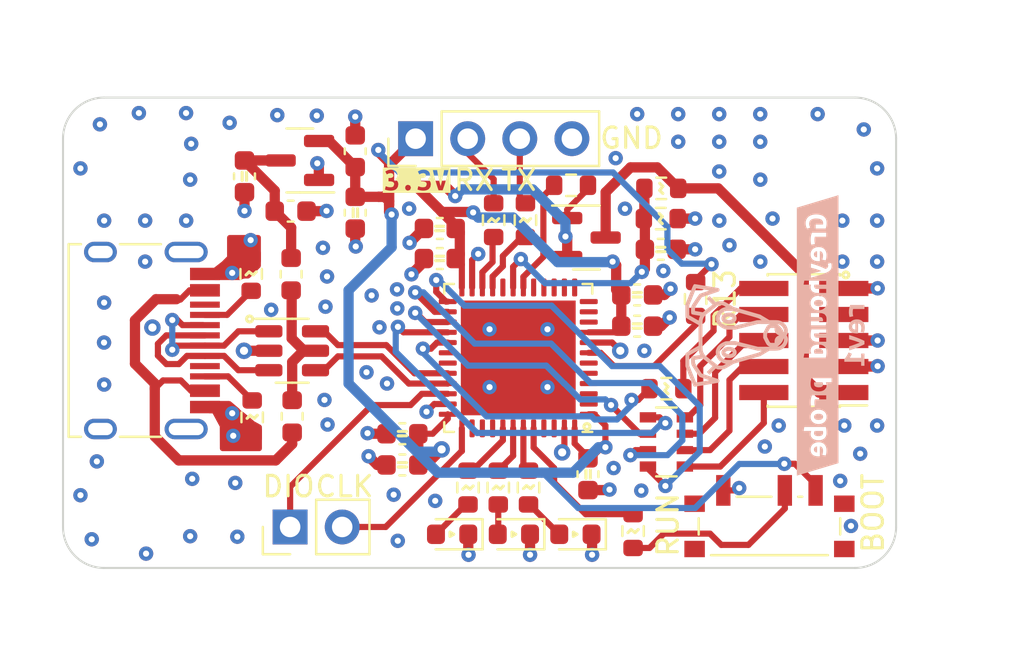
<source format=kicad_pcb>
(kicad_pcb (version 20211014) (generator pcbnew)
  (layers (0 "F.Cu" signal) (1 "In1.Cu" power) (2 "In2.Cu" power) (31 "B.Cu" signal) (34 "B.Paste" user) (35 "F.Paste" user) (36 "B.SilkS" user "B.Silkscreen") (37 "F.SilkS" user "F.Silkscreen") (38 "B.Mask" user) (39 "F.Mask" user) (44 "Edge.Cuts" user))
  (net 0 "")
  (net 1 "Net-(C1-Pad1)")
  (net 2 "+3.3V")
  (net 3 "/TARGET_VOLTAGE")
  (net 4 "Net-(D1-Pad2)")
  (net 5 "Net-(D2-Pad2)")
  (net 6 "Net-(D3-Pad2)")
  (net 7 "VBUS")
  (net 8 "/USB_CC1")
  (net 9 "/USB_CONN_D+")
  (net 10 "/USB_CONN_D-")
  (net 12 "/USB_CC2")
  (net 14 "Net-(J2-Pad2)")
  (net 15 "Net-(J2-Pad3)")
  (net 16 "/TARGET_VOLTAGE_RAW")
  (net 17 "Net-(J3-Pad2)")
  (net 18 "Net-(J3-Pad4)")
  (net 19 "Net-(J3-Pad6)")
  (net 21 "Net-(J3-Pad8)")
  (net 22 "Net-(J3-Pad10)")
  (net 23 "/TARGET_POWER")
  (net 24 "/BOOT")
  (net 25 "/UART_TX")
  (net 26 "/TARGET_RST")
  (net 27 "/TARGET_TDI")
  (net 28 "/TARGET_TDO")
  (net 29 "/TARGET_TMS")
  (net 30 "/TARGET_TCK")
  (net 31 "/USB_D-")
  (net 32 "/USB_D+")
  (net 47 "/UART_RX")
  (net 50 "/SWDIO")
  (net 51 "/SWCLK")
  (net 57 "/NRST")
  (net 58 "Net-(R6-Pad1)")
  (net 59 "Net-(R7-Pad1)")
  (net 60 "GND")
  (net 61 "Net-(Q1-Pad1)")
  (net 62 "Net-(R8-Pad1)")
  (net 63 "Net-(R11-Pad1)")
  (net 64 "/USB_FUSE")
  (footprint "Resistor_SMD:R_0603_1608Metric" (layer "F.Cu") (at 128.175 74.8 -90)
    (fp_text reference "R2" hide)
    (fp_text value "5k1")
  )
  (footprint "Resistor_SMD:R_0603_1608Metric" (layer "F.Cu") (at 143.775 70.475 180)
    (fp_text reference "R5" hide)
    (fp_text value "1k")
  )
  (footprint "Fuse:Fuse_0603_1608Metric" (layer "F.Cu") (at 130.175 81.75 90)
    (fp_text reference "F1" hide)
    (fp_text value "SMD0603-020")
  )
  (footprint "Package_TO_SOT_SMD:SOT-23-6" (layer "F.Cu") (at 130.175 78.55)
    (fp_text reference "U2" hide)
    (fp_text value "USBLC6-2SC6")
  )
  (footprint "MountingHole:MountingHole_2.2mm_M2" (layer "F.Cu") (at 155.83785 69.637267)
    (fp_text reference "H1" hide)
    (fp_text value "MountingHole")
  )
  (footprint "Capacitor_SMD:C_0603_1608Metric" (layer "F.Cu") (at 148.15 73.6)
    (fp_text reference "C5" hide)
    (fp_text value "100nF")
  )
  (footprint "Package_TO_SOT_SMD:SOT-23" (layer "F.Cu") (at 144.525 73.025)
    (fp_text reference "Q1" hide)
    (fp_text value "IRLML6401")
  )
  (footprint "Resistor_SMD:R_0603_1608Metric" (layer "F.Cu") (at 140.225 85.225 -90)
    (fp_text reference "R7" hide)
    (fp_text value "1k")
  )
  (footprint "Capacitor_SMD:C_0603_1608Metric" (layer "F.Cu") (at 133.25 71.8125 -90)
    (fp_text reference "C4" hide)
    (fp_text value "1uF")
  )
  (footprint "Inductor_SMD:L_0603_1608Metric" (layer "F.Cu") (at 130.125 74.8125 90)
    (fp_text reference "FB1" hide)
    (fp_text value "100R")
  )
  (footprint "Resistor_SMD:R_0603_1608Metric" (layer "F.Cu") (at 148.15 72.1)
    (fp_text reference "R4" hide)
    (fp_text value "10k")
  )
  (footprint "Resistor_SMD:R_0603_1608Metric" (layer "F.Cu") (at 149.85 76.025 -90)
    (fp_text reference "R13")
    (fp_text value "10k")
  )
  (footprint "Resistor_SMD:R_0603_1608Metric" (layer "F.Cu") (at 148.425 80.4 180)
    (fp_text reference "R12" hide)
    (fp_text value "100R")
  )
  (footprint "Button_Switch_SMD:SW_SPDT_PCM12" (layer "F.Cu") (at 153.45 86.795)
    (fp_text reference "SW1" hide)
    (fp_text value "SW_SPDT")
  )
  (footprint "Package_DFN_QFN:QFN-48-1EP_7x7mm_P0.5mm_EP5.6x5.6mm" (layer "F.Cu") (at 141.199998 78.900002 180)
    (fp_text reference "U3" hide)
    (fp_text value "STM32F072CBUx")
  )
  (footprint "Capacitor_SMD:C_0603_1608Metric" (layer "F.Cu") (at 130.1 71.7375)
    (fp_text reference "C1" hide)
    (fp_text value "4.7uF")
  )
  (footprint "Resistor_SMD:R_Array_Convex_4x0603" (layer "F.Cu") (at 148.425 83 180)
    (fp_text reference "RN1" hide)
    (fp_text value "100R")
  )
  (footprint "Diode_SMD:D_0603_1608Metric" (layer "F.Cu") (at 143.9875 87.506251 180)
    (fp_text reference "D3" hide)
    (fp_text value "RED")
  )
  (footprint "kibuzzard-63127F62" (layer "F.Cu") (at 136.245 70.225)
    (fp_text reference "kibuzzard-63127F62" hide)
    (fp_text value "G***" hide)
  )
  (footprint "Capacitor_SMD:C_0603_1608Metric" (layer "F.Cu") (at 133.25 68.8125 90)
    (fp_text reference "C3" hide)
    (fp_text value "4.7uF")
  )
  (footprint "Diode_SMD:D_0603_1608Metric" (layer "F.Cu") (at 137.975001 87.50625 180)
    (fp_text reference "D1" hide)
    (fp_text value "GREEN")
  )
  (footprint "Resistor_SMD:R_0603_1608Metric" (layer "F.Cu") (at 128.225 81.8 90)
    (fp_text reference "R1" hide)
    (fp_text value "5k1")
  )
  (footprint "Capacitor_SMD:C_0603_1608Metric" (layer "F.Cu") (at 147 75.825)
    (fp_text reference "C9" hide)
    (fp_text value "1uF")
  )
  (footprint "Capacitor_SMD:C_0603_1608Metric" (layer "F.Cu") (at 137.375 74.05 180)
    (fp_text reference "C7" hide)
    (fp_text value "100nF")
  )
  (footprint "MountingHole:MountingHole_2.2mm_M2" (layer "F.Cu") (at 122.63 85.900399)
    (fp_text reference "H3" hide)
    (fp_text value "MountingHole")
  )
  (footprint "Resistor_SMD:R_0603_1608Metric" (layer "F.Cu") (at 146.8 87.35 90)
    (fp_text reference "R11" hide)
    (fp_text value "10k")
  )
  (footprint "Connector_PinHeader_2.54mm:PinHeader_1x04_P2.54mm_Vertical" (layer "F.Cu") (at 136.195 68.2 90)
    (fp_text reference "J2" hide)
    (fp_text value "Conn_01x04_Male")
  )
  (footprint "Capacitor_SMD:C_0603_1608Metric" (layer "F.Cu") (at 137.375 72.58125 180)
    (fp_text reference "C6" hide)
    (fp_text value "4.7uF")
  )
  (footprint "Resistor_SMD:R_0603_1608Metric" (layer "F.Cu") (at 141.55 72.175 -90)
    (fp_text reference "R10" hide)
    (fp_text value "100R")
  )
  (footprint "Resistor_SMD:R_0603_1608Metric" (layer "F.Cu") (at 140 72.175 -90)
    (fp_text reference "R9" hide)
    (fp_text value "100R")
  )
  (footprint "Resistor_SMD:R_0603_1608Metric" (layer "F.Cu") (at 148.175 70.625 180)
    (fp_text reference "R3" hide)
    (fp_text value "4k7")
  )
  (footprint "MountingHole:MountingHole_2.2mm_M2" (layer "F.Cu") (at 122.640234 69.637666)
    (fp_text reference "H2" hide)
    (fp_text value "MountingHole")
  )
  (footprint "Capacitor_SMD:C_0603_1608Metric" (layer "F.Cu") (at 147 77.35)
    (fp_text reference "C10" hide)
    (fp_text value "10nF")
  )
  (footprint "Connector_USB:USB_C_Receptacle_HRO_TYPE-C-31-M-12" (layer "F.Cu") (at 121.875 78.05 -90)
    (fp_text reference "J1" hide)
    (fp_text value "USB_C_Receptacle_USB2.0")
  )
  (footprint "Package_TO_SOT_SMD:SOT-23" (layer "F.Cu") (at 130.55 69.2625 180)
    (fp_text reference "U1" hide)
    (fp_text value "XC6206P332MR")
  )
  (footprint "Capacitor_SMD:C_0603_1608Metric" (layer "F.Cu") (at 135.55 84.1225 180)
    (fp_text reference "C11" hide)
    (fp_text value "4.7uF")
  )
  (footprint "Resistor_SMD:R_0603_1608Metric" (layer "F.Cu") (at 138.75 85.225 -90)
    (fp_text reference "R6" hide)
    (fp_text value "1k")
  )
  (footprint "Connector_PinHeader_2.54mm:PinHeader_1x02_P2.54mm_Vertical" (layer "F.Cu") (at 130.075 87.15 90)
    (fp_text reference "J4" hide)
    (fp_text value "Conn_01x02_Male")
  )
  (footprint "Resistor_SMD:R_0603_1608Metric" (layer "F.Cu") (at 141.7 85.225 -90)
    (fp_text reference "R8" hide)
    (fp_text value "1k")
  )
  (footprint "Connector_PinHeader_1.27mm:PinHeader_2x05_P1.27mm_Vertical_SMD" (layer "F.Cu") (at 155.125 78.05 180)
    (fp_text reference "J3" hide)
    (fp_text value "FTSH-105-01-L-DV-K-TR")
  )
  (footprint "Capacitor_SMD:C_0603_1608Metric" (layer "F.Cu") (at 135.55 82.6 180)
    (fp_text reference "C12" hide)
    (fp_text value "100nF")
  )
  (footprint "Capacitor_SMD:C_0603_1608Metric" (layer "F.Cu") (at 144.6 84.575 -90)
    (fp_text reference "C8" hide)
    (fp_text value "100nF")
  )
  (footprint "Diode_SMD:D_0603_1608Metric" (layer "F.Cu") (at 140.9875 87.506251 180)
    (fp_text reference "D2" hide)
    (fp_text value "ORANGE")
  )
  (footprint "Capacitor_SMD:C_0603_1608Metric" (layer "F.Cu") (at 127.85 70.0375 -90)
    (fp_text reference "C2" hide)
    (fp_text value "1uF")
  )
  (footprint "kibuzzard-6360FEA6" (layer "B.Cu") (at 157.6 77.8 -90)
    (fp_text reference "kibuzzard-6360FEA6" hide)
    (fp_text value "G***" hide)
  )
  (footprint "kibuzzard-63139EF8" (layer "B.Cu") (at 155.8 77.8 -90)
    (fp_text reference "kibuzzard-63139EF8" hide)
    (fp_text value "G***" hide)
  )
  (footprint "LOGO" (layer "B.Cu") (at 151.85 77.8 -90)
    (fp_text reference "G***" hide)
    (fp_text value "LOGO" hide)
  )
  (gr_line (start 141.65 72.25) (end 141.45 72.1) (layer "F.SilkS") (width 0.15))
  (gr_line (start 146.9 87.425) (end 146.7 87.275) (layer "F.SilkS") (width 0.15))
  (gr_line (start 137.57 72.475) (end 137.17 72.475) (layer "F.SilkS") (width 0.15))
  (gr_line (start 148.15 73.71375) (end 147.95 73.71375) (layer "F.SilkS") (width 0.15))
  (gr_line (start 138.050001 87.50625) (end 137.875001 87.40625) (layer "F.SilkS") (width 0.15))
  (gr_line (start 144.5 84.575) (end 144.5 84.375) (layer "F.SilkS") (width 0.15))
  (gr_line (start 147.05 87.275) (end 146.9 87.425) (layer "F.SilkS") (width 0.15))
  (gr_line (start 141.6 85.13125) (end 141.8 85.28125) (layer "F.SilkS") (width 0.15))
  (gr_line (start 141.075 87.506251) (end 140.9 87.406251) (layer "F.SilkS") (width 0.15))
  (gr_line (start 148.075 71.85) (end 148.225 72) (layer "F.SilkS") (width 0.15))
  (gr_line (start 141.45 85.28125) (end 141.6 85.13125) (layer "F.SilkS") (width 0.15))
  (gr_line (start 128.325 81.85) (end 128.475 81.7) (layer "F.SilkS") (width 0.15))
  (gr_line (start 147.95 73.71375) (end 148.35 73.71375) (layer "F.SilkS") (width 0.15))
  (gr_line (start 128.125 81.7) (end 128.325 81.85) (layer "F.SilkS") (width 0.15))
  (gr_line (start 141.8 85.28125) (end 141.95 85.13125) (layer "F.SilkS") (width 0.15))
  (gr_line (start 146.8 75.925) (end 147.2 75.925) (layer "F.SilkS") (width 0.15))
  (gr_line (start 147 77.23625) (end 147.2 77.23625) (layer "F.SilkS") (width 0.15))
  (gr_line (start 135.75 82.48625) (end 135.35 82.48625) (layer "F.SilkS") (width 0.15))
  (gr_line (start 148.225 72) (end 148.075 72.2) (layer "F.SilkS") (width 0.15))
  (gr_line (start 133.36375 71.8125) (end 133.36375 72.0125) (layer "F.SilkS") (width 0.15))
  (gr_line (start 148.25 70.875) (end 148.1 70.725) (layer "F.SilkS") (width 0.15))
  (gr_line (start 146.7 87.275) (end 146.55 87.425) (layer "F.SilkS") (width 0.15))
  (gr_line (start 137.875001 87.40625) (end 137.875001 87.60625) (layer "F.SilkS") (width 0.15))
  (gr_line (start 127.95 70.0375) (end 127.95 70.2375) (layer "F.SilkS") (width 0.15))
  (gr_circle (center 128.1 77) (end 128.15 77.05) (layer "F.SilkS") (width 0.15) (fill none))
  (gr_line (start 135.55 82.7) (end 135.35 82.7) (layer "F.SilkS") (width 0.15))
  (gr_line (start 135.75 84.00875) (end 135.35 84.00875) (layer "F.SilkS") (width 0.15))
  (gr_line (start 140.9 87.606251) (end 141.075 87.506251) (layer "F.SilkS") (width 0.15))
  (gr_line (start 147.2 75.71125) (end 146.8 75.71125) (layer "F.SilkS") (width 0.15))
  (gr_line (start 137.175 74.15) (end 137.575 74.15) (layer "F.SilkS") (width 0.15))
  (gr_line (start 133.36375 72.0125) (end 133.36375 71.6125) (layer "F.SilkS") (width 0.15))
  (gr_line (start 141.45 72.1) (end 141.3 72.25) (layer "F.SilkS") (width 0.15))
  (gr_line (start 127.95 70.2375) (end 127.95 69.8375) (layer "F.SilkS") (width 0.15))
  (gr_line (start 140.1 72.25) (end 139.9 72.1) (layer "F.SilkS") (width 0.15))
  (gr_line (start 144.71375 84.775) (end 144.71375 84.375) (layer "F.SilkS") (width 0.15))
  (gr_line (start 143.8875 87.406251) (end 143.8875 87.606251) (layer "F.SilkS") (width 0.15))
  (gr_line (start 140.9 87.406251) (end 140.9 87.606251) (layer "F.SilkS") (width 0.15))
  (gr_line (start 139.975 85.3) (end 140.125 85.15) (layer "F.SilkS") (width 0.15))
  (gr_line (start 137.875001 87.60625) (end 138.050001 87.50625) (layer "F.SilkS") (width 0.15))
  (gr_line (start 144.5 84.375) (end 144.5 84.775) (layer "F.SilkS") (width 0.15))
  (gr_line (start 138.85 85.3) (end 139 85.15) (layer "F.SilkS") (width 0.15))
  (gr_line (start 139.9 72.1) (end 139.75 72.25) (layer "F.SilkS") (width 0.15))
  (gr_line (start 138.65 85.15) (end 138.85 85.3) (layer "F.SilkS") (width 0.15))
  (gr_line (start 140.125 85.15) (end 140.325 85.3) (layer "F.SilkS") (width 0.15))
  (gr_line (start 137.37 72.68875) (end 137.17 72.68875) (layer "F.SilkS") (width 0.15))
  (gr_line (start 148.35 80.5) (end 148.5 80.3) (layer "F.SilkS") (width 0.15))
  (gr_line (start 128.075 74.7) (end 128.275 74.85) (layer "F.SilkS") (width 0.15))
  (gr_line (start 148.5 80.3) (end 148.35 80.15) (layer "F.SilkS") (width 0.15))
  (gr_line (start 127.975 81.85) (end 128.125 81.7) (layer "F.SilkS") (width 0.15))
  (gr_line (start 148.35 73.5) (end 147.95 73.5) (layer "F.SilkS") (width 0.15))
  (gr_line (start 138.5 85.3) (end 138.65 85.15) (layer "F.SilkS") (width 0.15))
  (gr_line (start 141.8 72.1) (end 141.65 72.25) (layer "F.SilkS") (width 0.15))
  (gr_line (start 135.35 82.7) (end 135.75 82.7) (layer "F.SilkS") (width 0.15))
  (gr_line (start 148.075 72.2) (end 148.225 72.35) (layer "F.SilkS") (width 0.15))
  (gr_line (start 135.55 84.2225) (end 135.35 84.2225) (layer "F.SilkS") (width 0.15))
  (gr_line (start 140.325 85.3) (end 140.475 85.15) (layer "F.SilkS") (width 0.15))
  (gr_line (start 147.2 77.23625) (end 146.8 77.23625) (layer "F.SilkS") (width 0.15))
  (gr_line (start 143.8875 87.606251) (end 144.0625 87.506251) (layer "F.SilkS") (width 0.15))
  (gr_line (start 146.8 77.45) (end 147.2 77.45) (layer "F.SilkS") (width 0.15))
  (gr_circle (center 144.549998 82.250002) (end 144.499998 82.200002) (layer "F.SilkS") (width 0.15) (fill none))
  (gr_line (start 148.25 70.525) (end 148.1 70.375) (layer "F.SilkS") (width 0.15))
  (gr_line (start 148.1 70.725) (end 148.25 70.525) (layer "F.SilkS") (width 0.15))
  (gr_line (start 144.0625 87.506251) (end 143.8875 87.406251) (layer "F.SilkS") (width 0.15))
  (gr_line (start 127.73625 69.8375) (end 127.73625 70.2375) (layer "F.SilkS") (width 0.15))
  (gr_line (start 137.17 72.68875) (end 137.57 72.68875) (layer "F.SilkS") (width 0.15))
  (gr_line (start 133.15 71.6125) (end 133.15 72.0125) (layer "F.SilkS") (width 0.15))
  (gr_line (start 137.575 73.93625) (end 137.175 73.93625) (layer "F.SilkS") (width 0.15))
  (gr_line (start 148.5 80.65) (end 148.35 80.5) (layer "F.SilkS") (width 0.15))
  (gr_line (start 140.25 72.1) (end 140.1 72.25) (layer "F.SilkS") (width 0.15))
  (gr_line (start 137.375 74.15) (end 137.175 74.15) (layer "F.SilkS") (width 0.15))
  (gr_line (start 147 75.71125) (end 147.2 75.71125) (layer "F.SilkS") (width 0.15))
  (gr_line (start 127.925 74.85) (end 128.075 74.7) (layer "F.SilkS") (width 0.15))
  (gr_line (start 128.275 74.85) (end 128.425 74.7) (layer "F.SilkS") (width 0.15))
  (gr_circle (center 157.175 74.85) (end 157.225 74.9) (layer "F.SilkS") (width 0.15) (fill none))
  (gr_line (start 135.35 84.2225) (end 135.75 84.2225) (layer "F.SilkS") (width 0.15))
  (gr_arc (start 119 68.194214) (mid 119.585786 66.78) (end 121 66.194214) (layer "Edge.Cuts") (width 0.1))
  (gr_arc (start 121 89.15) (mid 119.585786 88.564214) (end 119 87.15) (layer "Edge.Cuts") (width 0.1))
  (gr_line (start 119 87.15) (end 119 68.194214) (layer "Edge.Cuts") (width 0.1))
  (gr_line (start 157.625786 66.194214) (end 121 66.194214) (layer "Edge.Cuts") (width 0.1))
  (gr_arc (start 159.625786 87.15) (mid 159.04 88.564214) (end 157.625786 89.15) (layer "Edge.Cuts") (width 0.1))
  (gr_arc (start 157.625786 66.194214) (mid 159.04 66.78) (end 159.625786 68.194214) (layer "Edge.Cuts") (width 0.1))
  (gr_line (start 157.625786 89.15) (end 121 89.15) (layer "Edge.Cuts") (width 0.1))
  (gr_line (start 159.625786 87.15) (end 159.625786 68.194214) (layer "Edge.Cuts") (width 0.1))
  (gr_text "CLK" (at 132.725 85.175) (layer "F.SilkS") (effects (font (size 1 1))))
  (gr_text "TX" (at 141.225 70.225) (layer "F.SilkS") (effects (font (size 1 1))))
  (gr_text "RX" (at 139.05 70.225) (layer "F.SilkS") (effects (font (size 1 1))))
  (gr_text "BOOT" (at 158.5 86.475 90) (layer "F.SilkS") (effects (font (size 1 1))))
  (gr_text "GND" (at 146.725 68.175) (layer "F.SilkS") (effects (font (size 1 1))))
  (gr_text "DIO" (at 130 85.175) (layer "F.SilkS") (effects (font (size 1 1))))
  (gr_text "RUN" (at 148.5 87.045 90) (layer "F.SilkS") (effects (font (size 1 1))))
  (segment (start 127.85 69.2625) (end 129.6125 69.2625) (width 0.5) (layer "F.Cu") (net 1))
  (segment (start 129.325 71.7375) (end 129.325 70.7375) (width 0.5) (layer "F.Cu") (net 1))
  (segment (start 129.325 70.7375) (end 127.85 69.2625) (width 0.5) (layer "F.Cu") (net 1))
  (segment (start 130.125 72.5375) (end 129.325 71.7375) (width 0.5) (layer "F.Cu") (net 1))
  (segment (start 130.125 74.025) (end 130.125 72.5375) (width 0.5) (layer "F.Cu") (net 1))
  (segment (start 143.5875 73.975) (end 143.5875 73.062) (width 0.5) (layer "F.Cu") (net 2))
  (segment (start 137.625 70.5) (end 136.2 70.5) (width 0.5) (layer "F.Cu") (net 2))
  (segment (start 143.949998 82.337502) (end 143.949998 83.074998) (width 0.3) (layer "F.Cu") (net 2))
  (segment (start 134.9 70.7) (end 135.1 70.5) (width 0.5) (layer "F.Cu") (net 2))
  (segment (start 134.9 71.25) (end 134.9 70.7) (width 0.5) (layer "F.Cu") (net 2))
  (segment (start 136.2 70.5) (end 137.2375 71.5375) (width 0.5) (layer "F.Cu") (net 2))
  (segment (start 136.703206 84.1225) (end 136.325 84.1225) (width 0.5) (layer "F.Cu") (net 2))
  (segment (start 134.9 70.8) (end 134.9 70.525) (width 0.5) (layer "F.Cu") (net 2))
  (segment (start 134.6625 71.0375) (end 134.9 70.8) (width 0.5) (layer "F.Cu") (net 2))
  (segment (start 134.925 70.5) (end 135.6 70.5) (width 0.5) (layer "F.Cu") (net 2))
  (segment (start 145.45 83.25955) (end 145.14045 83.25955) (width 0.5) (layer "F.Cu") (net 2))
  (segment (start 145.45 83.25955) (end 145.45 82.2) (width 0.3) (layer "F.Cu") (net 2))
  (segment (start 145.8 74.2) (end 145.975 74.375) (width 0.5) (layer "F.Cu") (net 2))
  (segment (start 135.6 70.5) (end 136.2 70.5) (width 0.5) (layer "F.Cu") (net 2))
  (segment (start 137.762498 81.650002) (end 137.762498 81.862502) (width 0.3) (layer "F.Cu") (net 2))
  (segment (start 134.9 70.525) (end 134.925 70.5) (width 0.5) (layer "F.Cu") (net 2))
  (segment (start 135.1 70.5) (end 135.6 70.5) (width 0.5) (layer "F.Cu") (net 2))
  (segment (start 138.975 71.775) (end 137.475 71.775) (width 0.5) (layer "F.Cu") (net 2))
  (segment (start 149.85 75.2) (end 149.85 75.1) (width 0.3) (layer "F.Cu") (net 2))
  (segment (start 144.6 83.725) (end 144.6 83.8) (width 0.3) (layer "F.Cu") (net 2))
  (segment (start 138.449998 75.462502) (end 138.449998 74.349998) (width 0.3) (layer "F.Cu") (net 2))
  (segment (start 137.025 82.6) (end 136.325 82.6) (width 0.3) (layer "F.Cu") (net 2))
  (segment (start 134.9 71.25) (end 134.9 71.425) (width 0.5) (layer "F.Cu") (net 2))
  (segment (start 134.9 71.775) (end 135.025 71.9) (width 0.5) (layer "F.Cu") (net 2))
  (segment (start 138.15 72.58125) (end 138.35 72.78125) (width 0.5) (layer "F.Cu") (net 2))
  (segment (start 138.449998 74.349998) (end 138.15 74.05) (width 0.3) (layer "F.Cu") (net 2))
  (segment (start 138.125 71) (end 137.625 70.5) (width 0.5) (layer "F.Cu") (net 2))
  (segment (start 154.690498 84.065498) (end 155.7 85.075) (width 0.3) (layer "F.Cu") (net 2))
  (segment (start 136.195 68.2) (end 134.9 69.495) (width 0.5) (layer "F.Cu") (net 2))
  (segment (start 133.25 69.5875) (end 133.25 71.0375) (width 0.5) (layer "F.Cu") (net 2))
  (segment (start 131.975 68.3125) (end 133.25 69.5875) (width 0.5) (layer "F.Cu") (net 2))
  (segment (start 145.45 82.2) (end 144.900002 81.650002) (width 0.3) (layer "F.Cu") (net 2))
  (segment (start 143.5875 73.062) (end 143.501122 72.975622) (width 0.5) (layer "F.Cu") (net 2))
  (segment (start 134.375 68.97) (end 134.9 69.495) (width 0.3) (layer "F.Cu") (net 2))
  (segment (start 134.9 71.425) (end 134.9 71.775) (width 0.5) (layer "F.Cu") (net 2))
  (segment (start 154.175 84.065498) (end 154.690498 84.065498) (width 0.3) (layer "F.Cu") (net 2))
  (segment (start 145.924998 77.650002) (end 146.225 77.35) (width 0.3) (layer "F.Cu") (net 2))
  (segment (start 149.85 75.1) (end 150.625 74.325) (width 0.3) (layer "F.Cu") (net 2))
  (segment (start 133.25 71.0375) (end 134.3875 71.0375) (width 0.5) (layer "F.Cu") (net 2))
  (segment (start 134.3875 71.0375) (end 134.6875 71.0375) (width 0.5) (layer "F.Cu") (net 2))
  (segment (start 144.900002 81.650002) (end 144.637498 81.650002) (width 0.3) (layer "F.Cu") (net 2))
  (segment (start 137.462853 83.362853) (end 136.703206 84.1225) (width 0.5) (layer "F.Cu") (net 2))
  (segment (start 136.325 84.1225) (end 136.325 82.6) (width 0.5) (layer "F.Cu") (net 2))
  (segment (start 145.14045 83.25955) (end 144.6 83.8) (width 0.5) (layer "F.Cu") (net 2))
  (segment (start 134.3875 71.0375) (end 134.6625 71.0375) (width 0.5) (layer "F.Cu") (net 2))
  (segment (start 137.2375 71.5375) (end 137.425 71.725) (width 0.5) (layer "F.Cu") (net 2))
  (segment (start 134.9 70.525) (end 134.9 69.495) (width 0.5) (layer "F.Cu") (net 2))
  (segment (start 137.762498 81.862502) (end 137.025 82.6) (width 0.3) (layer "F.Cu") (net 2))
  (segment (start 155.7 85.075) (end 155.7 85.365) (width 0.3) (layer "F.Cu") (net 2))
  (segment (start 137.425 71.725) (end 138.15 72.45) (width 0.5) (layer "F.Cu") (net 2))
  (segment (start 145.975 74.375) (end 145.975 75.575) (width 0.5) (layer "F.Cu") (net 2))
  (segment (start 137.475 71.775) (end 137.425 71.725) (width 0.5) (layer "F.Cu") (net 2))
  (segment (start 146.225 75.825) (end 146.225 77.35) (width 0.5) (layer "F.Cu") (net 2))
  (segment (start 131.4875 68.3125) (end 131.975 68.3125) (width 0.5) (layer "F.Cu") (net 2))
  (segment (start 138.15 72.45) (end 138.15 72.58125) (width 0.5) (layer "F.Cu") (net 2))
  (segment (start 138.35 72.78125) (end 138.35 73.85) (width 0.5) (layer "F.Cu") (net 2))
  (segment (start 134.9 70.525) (end 134.9 71.425) (width 0.5) (layer "F.Cu") (net 2))
  (segment (start 143.949998 83.074998) (end 144.6 83.725) (width 0.3) (layer "F.Cu") (net 2))
  (segment (start 138.35 73.85) (end 138.15 74.05) (width 0.5) (layer "F.Cu") (net 2))
  (segment (start 144.637498 77.650002) (end 145.924998 77.650002) (width 0.3) (layer "F.Cu") (net 2))
  (segment (start 134.375 68.75) (end 134.375 68.97) (width 0.3) (layer "F.Cu") (net 2))
  (segment (start 134.6875 71.0375) (end 134.9 71.25) (width 0.5) (layer "F.Cu") (net 2))
  (segment (start 145.975 75.575) (end 146.225 75.825) (width 0.5) (layer "F.Cu") (net 2))
  (segment (start 139 71.8) (end 138.975 71.775) (width 0.5) (layer "F.Cu") (net 2))
  (via (at 134.375 68.75) (size 0.7) (drill 0.3) (layers "F.Cu" "B.Cu") (net 2))
  (via (at 150.625 74.325) (size 0.7) (drill 0.3) (layers "F.Cu" "B.Cu") (net 2))
  (via (at 137.462853 83.362853) (size 0.8) (drill 0.4) (layers "F.Cu" "B.Cu") (net 2))
  (via (at 135.025 71.9) (size 0.7) (drill 0.3) (layers "F.Cu" "B.Cu") (net 2))
  (via (at 143.501122 72.975622) (size 0.7) (drill 0.3) (layers "F.Cu" "B.Cu") (net 2))
  (via (at 138.125 71) (size 0.7) (drill 0.3) (layers "F.Cu" "B.Cu") (net 2))
  (via (at 145.8 74.2) (size 0.7) (drill 0.3) (layers "F.Cu" "B.Cu") (net 2))
  (via (at 154.175 84.065498) (size 0.7) (drill 0.3) (layers "F.Cu" "B.Cu") (net 2))
  (via (at 145.45 83.25955) (size 0.7) (drill 0.3) (layers "F.Cu" "B.Cu") (net 2))
  (via (at 139 71.8) (size 0.7) (drill 0.3) (layers "F.Cu" "B.Cu") (net 2))
  (segment (start 136.25 83.475) (end 137.350706 83.475) (width 0.5) (layer "B.Cu") (net 2))
  (segment (start 145.775 74.225) (end 143.125 74.225) (width 0.5) (layer "B.Cu") (net 2))
  (segment (start 145.825 69.85) (end 135.4 69.85) (width 0.3) (layer "B.Cu") (net 2))
  (segment (start 132.925 75.6) (end 132.925 80.15) (width 0.5) (layer "B.Cu") (net 2))
  (segment (start 132.925 80.15) (end 136.25 83.475) (width 0.5) (layer "B.Cu") (net 2))
  (segment (start 149.825 86.225) (end 144.125 86.225) (width 0.3) (layer "B.Cu") (net 2))
  (segment (start 143.501122 72.276122) (end 143.501122 72.975622) (width 0.5) (layer "B.Cu") (net 2))
  (segment (start 143.125 74.225) (end 140.95 72.05) (width 0.5) (layer "B.Cu") (net 2))
  (segment (start 144.125 86.225) (end 142.4 84.5) (width 0.3) (layer "B.Cu") (net 2))
  (segment (start 139.25 72.05) (end 139 71.8) (width 0.5) (layer "B.Cu") (net 2))
  (segment (start 135.025 71.9) (end 135.025 73.5) (width 0.5) (layer "B.Cu") (net 2))
  (segment (start 145.11545 83.25955) (end 145.45 83.25955) (width 0.5) (layer "B.Cu") (net 2))
  (segment (start 149.175 74.3) (end 148.475 73.6) (width 0.3) (layer "B.Cu") (net 2))
  (segment (start 138.125 71) (end 138.45 70.675) (width 0.5) (layer "B.Cu") (net 2))
  (segment (start 140.95 72.05) (end 139.25 72.05) (width 0.5) (layer "B.Cu") (net 2))
  (segment (start 138.45 70.675) (end 141.9 70.675) (width 0.5) (layer "B.Cu") (net 2))
  (segment (start 137.350706 83.475) (end 137.462853 83.362853) (width 0.5) (layer "B.Cu") (net 2))
  (segment (start 145.8 74.2) (end 145.775 74.225) (width 0.5) (layer "B.Cu") (net 2))
  (segment (start 148.475 72.5) (end 145.825 69.85) (width 0.3) (layer "B.Cu") (net 2))
  (segment (start 154.175 84.065498) (end 154.165498 84.075) (width 0.3) (layer "B.Cu") (net 2))
  (segment (start 142.4 84.5) (end 142.35 84.5) (width 0.3) (layer "B.Cu") (net 2))
  (segment (start 150.6 74.3) (end 149.175 74.3) (width 0.3) (layer "B.Cu") (net 2))
  (segment (start 135.025 73.5) (end 132.925 75.6) (width 0.5) (layer "B.Cu") (net 2))
  (segment (start 148.475 73.6) (end 148.475 72.5) (width 0.3) (layer "B.Cu") (net 2))
  (segment (start 142.35 84.5) (end 143.875 84.5) (width 0.5) (layer "B.Cu") (net 2))
  (segment (start 141.9 70.675) (end 143.501122 72.276122) (width 0.5) (layer "B.Cu") (net 2))
  (segment (start 134.375 68.825) (end 134.375 68.75) (width 0.3) (layer "B.Cu") (net 2))
  (segment (start 150.625 74.325) (end 150.6 74.3) (width 0.3) (layer "B.Cu") (net 2))
  (segment (start 143.875 84.5) (end 145.11545 83.25955) (width 0.5) (layer "B.Cu") (net 2))
  (segment (start 137.275 84.5) (end 142.35 84.5) (width 0.5) (layer "B.Cu") (net 2))
  (segment (start 136.25 83.475) (end 137.275 84.5) (width 0.5) (layer "B.Cu") (net 2))
  (segment (start 154.165498 84.075) (end 151.975 84.075) (width 0.3) (layer "B.Cu") (net 2))
  (segment (start 151.975 84.075) (end 149.825 86.225) (width 0.3) (layer "B.Cu") (net 2))
  (segment (start 135.4 69.85) (end 134.375 68.825) (width 0.3) (layer "B.Cu") (net 2))
  (segment (start 147.375 73.6) (end 147.375 74.55) (width 0.5) (layer "F.Cu") (net 3))
  (segment (start 147.35 72.075) (end 147.325 72.1) (width 0.5) (layer "F.Cu") (net 3))
  (segment (start 140.949998 74.452396) (end 140.949998 75.462502) (width 0.3) (layer "F.Cu") (net 3))
  (segment (start 141.326197 74.076197) (end 140.949998 74.452396) (width 0.3) (layer "F.Cu") (net 3))
  (segment (start 147.325 72.1) (end 147.375 72.15) (width 0.5) (layer "F.Cu") (net 3))
  (segment (start 147.375 74.55) (end 147.225 74.7) (width 0.5) (layer "F.Cu") (net 3))
  (segment (start 147.375 72.15) (end 147.375 73.6) (width 0.5) (layer "F.Cu") (net 3))
  (segment (start 147.35 70.625) (end 147.35 72.075) (width 0.5) (layer "F.Cu") (net 3))
  (via (at 147.225 74.7) (size 0.7) (drill 0.3) (layers "F.Cu" "B.Cu") (net 3))
  (via (at 141.326197 74.076197) (size 0.7) (drill 0.3) (layers "F.Cu" "B.Cu") (net 3))
  (segment (start 141.326197 74.076197) (end 142.5 75.25) (width 0.3) (layer "B.Cu") (net 3))
  (segment (start 146.675 75.25) (end 147.225 74.7) (width 0.3) (layer "B.Cu") (net 3))
  (segment (start 142.5 75.25) (end 146.675 75.25) (width 0.3) (layer "B.Cu") (net 3))
  (segment (start 138.643751 86.05) (end 137.187501 87.50625) (width 0.3) (layer "F.Cu") (net 4))
  (segment (start 138.75 86.05) (end 138.643751 86.05) (width 0.3) (layer "F.Cu") (net 4))
  (segment (start 140.225 87.481251) (end 140.2 87.506251) (width 0.3) (layer "F.Cu") (net 5))
  (segment (start 140.225 86.05) (end 140.225 87.481251) (width 0.3) (layer "F.Cu") (net 5))
  (segment (start 141.7 86.05) (end 141.743749 86.05) (width 0.3) (layer "F.Cu") (net 6))
  (segment (start 141.743749 86.05) (end 143.2 87.506251) (width 0.3) (layer "F.Cu") (net 6))
  (segment (start 130.175 79.1) (end 130.725 78.55) (width 0.5) (layer "F.Cu") (net 7))
  (segment (start 130.15 75.625) (end 130.125 75.6) (width 0.5) (layer "F.Cu") (net 7))
  (segment (start 130.751472 78.55) (end 130.15 77.948528) (width 0.5) (layer "F.Cu") (net 7))
  (segment (start 130.175 80.9625) (end 130.175 79.1) (width 0.5) (layer "F.Cu") (net 7))
  (segment (start 130.15 77.948528) (end 130.15 75.625) (width 0.5) (layer "F.Cu") (net 7))
  (segment (start 125.92 76.8) (end 127 76.8) (width 0.3) (layer "F.Cu") (net 8))
  (segment (start 127 76.8) (end 128.175 75.625) (width 0.3) (layer "F.Cu") (net 8))
  (segment (start 126.853348 78.8) (end 127.553348 79.5) (width 0.3) (layer "F.Cu") (net 9))
  (segment (start 124.037752 79.199503) (end 124.648494 79.199503) (width 0.3) (layer "F.Cu") (net 9))
  (segment (start 125.922508 77.8) (end 124.038249 77.8) (width 0.3) (layer "F.Cu") (net 9))
  (segment (start 125.92 78.8) (end 126.853348 78.8) (width 0.3) (layer "F.Cu") (net 9))
  (segment (start 125.047997 78.8) (end 125.922508 78.8) (width 0.3) (layer "F.Cu") (net 9))
  (segment (start 123.627989 78.21026) (end 123.627989 78.78974) (width 0.3) (layer "F.Cu") (net 9))
  (segment (start 124.648494 79.199503) (end 125.047997 78.8) (width 0.3) (layer "F.Cu") (net 9))
  (segment (start 127.553348 79.5) (end 129.0375 79.5) (width 0.3) (layer "F.Cu") (net 9))
  (segment (start 123.627989 78.78974) (end 124.037752 79.199503) (width 0.3) (layer "F.Cu") (net 9))
  (segment (start 124.038249 77.8) (end 123.627989 78.21026) (width 0.3) (layer "F.Cu") (net 9))
  (segment (start 124.327508 77.05) (end 124.577508 77.05) (width 0.3) (layer "F.Cu") (net 10))
  (segment (start 127.553348 77.6) (end 129.0375 77.6) (width 0.3) (layer "F.Cu") (net 10))
  (segment (start 124.527492 78.3) (end 125.922508 78.3) (width 0.3) (layer "F.Cu") (net 10))
  (segment (start 124.3275 78.499992) (end 124.527492 78.3) (width 0.3) (layer "F.Cu") (net 10))
  (segment (start 125.92 78.3) (end 126.853348 78.3) (width 0.3) (layer "F.Cu") (net 10))
  (segment (start 126.853348 78.3) (end 127.553348 77.6) (width 0.3) (layer "F.Cu") (net 10))
  (segment (start 124.827019 77.299511) (end 125.827508 77.299511) (width 0.3) (layer "F.Cu") (net 10))
  (segment (start 124.577508 77.05) (end 124.827019 77.299511) (width 0.3) (layer "F.Cu") (net 10))
  (via (at 124.327508 77.05) (size 0.7) (drill 0.3) (layers "F.Cu" "B.Cu") (net 10))
  (via (at 124.3275 78.499992) (size 0.7) (drill 0.3) (layers "F.Cu" "B.Cu") (net 10))
  (segment (start 124.327508 78.499984) (end 124.327508 77.05) (width 0.3) (layer "B.Cu") (net 10))
  (segment (start 124.3275 78.499992) (end 124.327508 78.499984) (width 0.3) (layer "B.Cu") (net 10))
  (segment (start 125.92 79.8) (end 127.05 79.8) (width 0.3) (layer "F.Cu") (net 12))
  (segment (start 127.05 79.8) (end 128.225 80.975) (width 0.3) (layer "F.Cu") (net 12))
  (segment (start 138.735 68.91) (end 138.735 68.2) (width 0.3) (layer "F.Cu") (net 14))
  (segment (start 140 71.35) (end 140 70.175) (width 0.3) (layer "F.Cu") (net 14))
  (segment (start 140 70.175) (end 138.735 68.91) (width 0.3) (layer "F.Cu") (net 14))
  (segment (start 141.55 71.35) (end 141.275 71.075) (width 0.3) (layer "F.Cu") (net 15))
  (segment (start 141.275 71.075) (end 141.275 68.2) (width 0.3) (layer "F.Cu") (net 15))
  (segment (start 147.975 69.6) (end 146.675 69.6) (width 0.5) (layer "F.Cu") (net 16))
  (segment (start 155.875 80.59) (end 155.125 79.84) (width 0.5) (layer "F.Cu") (net 16))
  (segment (start 157.075 80.59) (end 155.875 80.59) (width 0.5) (layer "F.Cu") (net 16))
  (segment (start 145.4625 70.8125) (end 145.4625 72.85) (width 0.5) (layer "F.Cu") (net 16))
  (segment (start 150.95 70.625) (end 149 70.625) (width 0.5) (layer "F.Cu") (net 16))
  (segment (start 146.675 69.6) (end 145.4625 70.8125) (width 0.5) (layer "F.Cu") (net 16))
  (segment (start 155.125 74.8) (end 150.95 70.625) (width 0.5) (layer "F.Cu") (net 16))
  (segment (start 155.125 79.84) (end 155.125 74.8) (width 0.5) (layer "F.Cu") (net 16))
  (segment (start 149 70.625) (end 147.975 69.6) (width 0.5) (layer "F.Cu") (net 16))
  (segment (start 149.325 84.2) (end 151.05 84.2) (width 0.3) (layer "F.Cu") (net 17))
  (segment (start 151.05 84.2) (end 153.175 82.075) (width 0.3) (layer "F.Cu") (net 17))
  (segment (start 153.175 82.075) (end 153.175 80.59) (width 0.3) (layer "F.Cu") (net 17))
  (segment (start 150.55 83.4) (end 151.5 82.45) (width 0.3) (layer "F.Cu") (net 18))
  (segment (start 151.5 79.975) (end 152.155 79.32) (width 0.3) (layer "F.Cu") (net 18))
  (segment (start 151.5 82.45) (end 151.5 79.975) (width 0.3) (layer "F.Cu") (net 18))
  (segment (start 149.325 83.4) (end 150.55 83.4) (width 0.3) (layer "F.Cu") (net 18))
  (segment (start 152.155 79.32) (end 153.175 79.32) (width 0.3) (layer "F.Cu") (net 18))
  (segment (start 150.025 82.6) (end 150.8 81.825) (width 0.3) (layer "F.Cu") (net 19))
  (segment (start 150.8 81.825) (end 150.8 79.6) (width 0.3) (layer "F.Cu") (net 19))
  (segment (start 152.35 78.05) (end 153.175 78.05) (width 0.3) (layer "F.Cu") (net 19))
  (segment (start 149.325 82.6) (end 150.025 82.6) (width 0.3) (layer "F.Cu") (net 19))
  (segment (start 150.8 79.6) (end 152.35 78.05) (width 0.3) (layer "F.Cu") (net 19))
  (segment (start 151.5 77.35) (end 152.07 76.78) (width 0.3) (layer "F.Cu") (net 21))
  (segment (start 150.075 79.3) (end 151.5 77.875) (width 0.3) (layer "F.Cu") (net 21))
  (segment (start 149.475 81.8) (end 150.075 81.2) (width 0.3) (layer "F.Cu") (net 21))
  (segment (start 151.5 77.875) (end 151.5 77.35) (width 0.3) (layer "F.Cu") (net 21))
  (segment (start 149.325 81.8) (end 149.475 81.8) (width 0.3) (layer "F.Cu") (net 21))
  (segment (start 152.07 76.78) (end 153.175 76.78) (width 0.3) (layer "F.Cu") (net 21))
  (segment (start 150.075 81.2) (end 150.075 79.3) (width 0.3) (layer "F.Cu") (net 21))
  (segment (start 150.725 76.825) (end 152.04 75.51) (width 0.3) (layer "F.Cu") (net 22))
  (segment (start 152.04 75.51) (end 153.175 75.51) (width 0.3) (layer "F.Cu") (net 22))
  (segment (start 149.25 80.4) (end 149.25 79.05) (width 0.3) (layer "F.Cu") (net 22))
  (segment (start 149.25 79.05) (end 150.725 77.575) (width 0.3) (layer "F.Cu") (net 22))
  (segment (start 150.725 77.575) (end 150.725 76.825) (width 0.3) (layer "F.Cu") (net 22))
  (segment (start 141.449998 74.941639) (end 142.425 73.966637) (width 0.3) (layer "F.Cu") (net 23))
  (segment (start 141.449998 75.462502) (end 141.449998 74.941639) (width 0.3) (layer "F.Cu") (net 23))
  (segment (start 142.425 71) (end 142.95 70.475) (width 0.3) (layer "F.Cu") (net 23))
  (segment (start 142.425 73.966637) (end 142.425 71) (width 0.3) (layer "F.Cu") (net 23))
  (segment (start 144.486827 86.525) (end 146.8 86.525) (width 0.3) (layer "F.Cu") (net 24))
  (segment (start 141.949998 83.274998) (end 142.95 84.275) (width 0.3) (layer "F.Cu") (net 24))
  (segment (start 141.949998 82.337502) (end 141.949998 83.274998) (width 0.3) (layer "F.Cu") (net 24))
  (segment (start 142.95 84.275) (end 142.95 84.988173) (width 0.3) (layer "F.Cu") (net 24))
  (segment (start 142.95 84.988173) (end 144.486827 86.525) (width 0.3) (layer "F.Cu") (net 24))
  (segment (start 140.449998 73.925002) (end 141.375 73) (width 0.3) (layer "F.Cu") (net 25))
  (segment (start 140.449998 74.425002) (end 140.449998 73.925002) (width 0.3) (layer "F.Cu") (net 25))
  (segment (start 139.949998 75.462502) (end 139.949998 74.925002) (width 0.3) (layer "F.Cu") (net 25))
  (segment (start 139.949998 74.925002) (end 140.449998 74.425002) (width 0.3) (layer "F.Cu") (net 25))
  (segment (start 141.375 73) (end 141.55 73) (width 0.3) (layer "F.Cu") (net 25))
  (segment (start 146.725 80.95) (end 147.05 80.95) (width 0.3) (layer "F.Cu") (net 26))
  (segment (start 147.05 80.95) (end 147.6 80.4) (width 0.3) (layer "F.Cu") (net 26))
  (segment (start 137.241635 78.150002) (end 137.762498 78.150002) (width 0.3) (layer "F.Cu") (net 26))
  (segment (start 136.941637 78.45) (end 137.241635 78.150002) (width 0.3) (layer "F.Cu") (net 26))
  (segment (start 136.55 78.45) (end 136.941637 78.45) (width 0.3) (layer "F.Cu") (net 26))
  (via (at 136.55 78.45) (size 0.7) (drill 0.3) (layers "F.Cu" "B.Cu") (net 26))
  (via (at 146.725 80.95) (size 0.7) (drill 0.3) (layers "F.Cu" "B.Cu") (net 26))
  (segment (start 146.725 81.192186) (end 146.725 80.95) (width 0.3) (layer "B.Cu") (net 26))
  (segment (start 136.55 78.45) (end 136.55 78.646846) (width 0.3) (layer "B.Cu") (net 26))
  (segment (start 136.55 78.646846) (end 139.653154 81.75) (width 0.3) (layer "B.Cu") (net 26))
  (segment (start 139.653154 81.75) (end 144.777944 81.75) (width 0.3) (layer "B.Cu") (net 26))
  (segment (start 144.92968 81.901736) (end 146.01545 81.901736) (width 0.3) (layer "B.Cu") (net 26))
  (segment (start 146.01545 81.901736) (end 146.725 81.192186) (width 0.3) (layer "B.Cu") (net 26))
  (segment (start 144.777944 81.75) (end 144.92968 81.901736) (width 0.3) (layer "B.Cu") (net 26))
  (segment (start 148.372148 82.080609) (end 148.091539 81.8) (width 0.3) (layer "F.Cu") (net 27))
  (segment (start 135.599815 77.650002) (end 135.331497 77.381684) (width 0.3) (layer "F.Cu") (net 27))
  (segment (start 148.091539 81.8) (end 147.525 81.8) (width 0.3) (layer "F.Cu") (net 27))
  (segment (start 137.762498 77.650002) (end 135.599815 77.650002) (width 0.3) (layer "F.Cu") (net 27))
  (via (at 135.331497 77.381684) (size 0.7) (drill 0.3) (layers "F.Cu" "B.Cu") (net 27))
  (via (at 148.372148 82.080609) (size 0.7) (drill 0.3) (layers "F.Cu" "B.Cu") (net 27))
  (segment (start 147.725 82.56005) (end 148.204441 82.080609) (width 0.3) (layer "B.Cu") (net 27))
  (segment (start 135.331497 77.381684) (end 135.225 77.488181) (width 0.3) (layer "B.Cu") (net 27))
  (segment (start 139.18505 82.56005) (end 147.725 82.56005) (width 0.3) (layer "B.Cu") (net 27))
  (segment (start 148.204441 82.080609) (end 148.372148 82.080609) (width 0.3) (layer "B.Cu") (net 27))
  (segment (start 135.225 78.6) (end 139.18505 82.56005) (width 0.3) (layer "B.Cu") (net 27))
  (segment (start 135.225 77.488181) (end 135.225 78.6) (width 0.3) (layer "B.Cu") (net 27))
  (segment (start 145.7255 81.201736) (end 147.123764 82.6) (width 0.3) (layer "F.Cu") (net 28))
  (segment (start 136.21495 76.7) (end 136.664952 77.150002) (width 0.3) (layer "F.Cu") (net 28))
  (segment (start 147.123764 82.6) (end 147.525 82.6) (width 0.3) (layer "F.Cu") (net 28))
  (segment (start 136.664952 77.150002) (end 137.762498 77.150002) (width 0.3) (layer "F.Cu") (net 28))
  (segment (start 136.175 76.7) (end 136.21495 76.7) (width 0.3) (layer "F.Cu") (net 28))
  (via (at 145.7255 81.201736) (size 0.7) (drill 0.3) (layers "F.Cu" "B.Cu") (net 28))
  (via (at 136.175 76.7) (size 0.7) (drill 0.3) (layers "F.Cu" "B.Cu") (net 28))
  (segment (start 142.56495 79.275) (end 143.43995 80.15) (width 0.3) (layer "B.Cu") (net 28))
  (segment (start 143.45 80.15) (end 144.225 80.925) (width 0.3) (layer "B.Cu") (net 28))
  (segment (start 143.43995 80.15) (end 143.45 80.15) (width 0.3) (layer "B.Cu") (net 28))
  (segment (start 144.225 80.925) (end 145.448764 80.925) (width 0.3) (layer "B.Cu") (net 28))
  (segment (start 136.175 76.7) (end 138.75 79.275) (width 0.3) (layer "B.Cu") (net 28))
  (segment (start 138.75 79.275) (end 142.56495 79.275) (width 0.3) (layer "B.Cu") (net 28))
  (segment (start 145.448764 80.925) (end 145.7255 81.201736) (width 0.3) (layer "B.Cu") (net 28))
  (segment (start 137.2 75.1) (end 137.2 75.675) (width 0.3) (layer "F.Cu") (net 29))
  (segment (start 137.2 75.675) (end 137.675002 76.150002) (width 0.3) (layer "F.Cu") (net 29))
  (segment (start 137.675002 76.150002) (end 137.762498 76.150002) (width 0.3) (layer "F.Cu") (net 29))
  (segment (start 148.375 85.15) (end 147.525 84.3) (width 0.3) (layer "F.Cu") (net 29))
  (segment (start 147.525 84.3) (end 147.525 84.2) (width 0.3) (layer "F.Cu") (net 29))
  (via (at 137.2 75.1) (size 0.7) (drill 0.3) (layers "F.Cu" "B.Cu") (net 29))
  (via (at 148.375 85.15) (size 0.7) (drill 0.3) (layers "F.Cu" "B.Cu") (net 29))
  (segment (start 137.325 75.1) (end 138.575 76.35) (width 0.3) (layer "B.Cu") (net 29))
  (segment (start 145.775 79.3) (end 148.1 79.3) (width 0.3) (layer "B.Cu") (net 29))
  (segment (start 142.825 76.35) (end 145.775 79.3) (width 0.3) (layer "B.Cu") (net 29))
  (segment (start 138.575 76.35) (end 142.825 76.35) (width 0.3) (layer "B.Cu") (net 29))
  (segment (start 137.2 75.1) (end 137.325 75.1) (width 0.3) (layer "B.Cu") (net 29))
  (segment (start 150.05 81.25) (end 150.05 83.475) (width 0.3) (layer "B.Cu") (net 29))
  (segment (start 148.1 79.3) (end 150.05 81.25) (width 0.3) (layer "B.Cu") (net 29))
  (segment (start 150.05 83.475) (end 148.375 85.15) (width 0.3) (layer "B.Cu") (net 29))
  (segment (start 146.912978 83.4) (end 147.525 83.4) (width 0.3) (layer "F.Cu") (net 30))
  (segment (start 146.667787 83.645191) (end 146.912978 83.4) (width 0.3) (layer "F.Cu") (net 30))
  (segment (start 137.762498 76.650002) (end 137.125002 76.650002) (width 0.3) (layer "F.Cu") (net 30))
  (segment (start 137.125002 76.650002) (end 136.175 75.7) (width 0.3) (layer "F.Cu") (net 30))
  (via (at 146.667787 83.645191) (size 0.7) (drill 0.3) (layers "F.Cu" "B.Cu") (net 30))
  (via (at 136.175 75.7) (size 0.7) (drill 0.3) (layers "F.Cu" "B.Cu") (net 30))
  (segment (start 149.2 81.7) (end 147.625 80.125) (width 0.3) (layer "B.Cu") (net 30))
  (segment (start 136.575 75.7) (end 136.175 75.7) (width 0.3) (layer "B.Cu") (net 30))
  (segment (start 146.667787 83.645191) (end 148.479809 83.645191) (width 0.3) (layer "B.Cu") (net 30))
  (segment (start 148.479809 83.645191) (end 149.2 82.925) (width 0.3) (layer "B.Cu") (net 30))
  (segment (start 142.8 78.2) (end 139.075 78.2) (width 0.3) (layer "B.Cu") (net 30))
  (segment (start 144.725 80.125) (end 142.8 78.2) (width 0.3) (layer "B.Cu") (net 30))
  (segment (start 147.625 80.125) (end 144.725 80.125) (width 0.3) (layer "B.Cu") (net 30))
  (segment (start 139.075 78.2) (end 136.575 75.7) (width 0.3) (layer "B.Cu") (net 30))
  (segment (start 149.2 82.925) (end 149.2 81.7) (width 0.3) (layer "B.Cu") (net 30))
  (segment (start 131.3125 77.6) (end 131.732107 77.6) (width 0.3) (layer "F.Cu") (net 31))
  (segment (start 132.407107 78.275) (end 134.764056 78.275) (width 0.3) (layer "F.Cu") (net 31))
  (segment (start 131.732107 77.6) (end 132.407107 78.275) (width 0.3) (layer "F.Cu") (net 31))
  (segment (start 134.764056 78.275) (end 136.139058 79.650002) (width 0.3) (layer "F.Cu") (net 31))
  (segment (start 136.139058 79.650002) (end 137.762498 79.650002) (width 0.3) (layer "F.Cu") (net 31))
  (segment (start 135.861236 80.15) (end 137.762496 80.15) (width 0.3) (layer "F.Cu") (net 32))
  (segment (start 132.407107 78.825) (end 134.536236 78.825) (width 0.3) (layer "F.Cu") (net 32))
  (segment (start 131.732107 79.5) (end 132.407107 78.825) (width 0.3) (layer "F.Cu") (net 32))
  (segment (start 131.3125 79.5) (end 131.732107 79.5) (width 0.3) (layer "F.Cu") (net 32))
  (segment (start 134.536236 78.825) (end 135.861236 80.15) (width 0.3) (layer "F.Cu") (net 32))
  (segment (start 137.762496 80.15) (end 137.762498 80.150002) (width 0.3) (layer "F.Cu") (net 32))
  (segment (start 139.449998 74.717896) (end 139.946447 74.221447) (width 0.3) (layer "F.Cu") (net 47))
  (segment (start 139.449998 75.462502) (end 139.449998 74.717896) (width 0.3) (layer "F.Cu") (net 47))
  (segment (start 139.946447 73.053553) (end 140 73) (width 0.3) (layer "F.Cu") (net 47))
  (segment (start 139.946447 74.221447) (end 139.946447 73.053553) (width 0.3) (layer "F.Cu") (net 47))
  (segment (start 137.762498 80.650002) (end 136.499998 80.650002) (width 0.3) (layer "F.Cu") (net 50))
  (segment (start 134.06495 81.2) (end 130.075 85.18995) (width 0.3) (layer "F.Cu") (net 50))
  (segment (start 130.075 85.18995) (end 130.075 87.15) (width 0.3) (layer "F.Cu") (net 50))
  (segment (start 135.95 81.2) (end 134.06495 81.2) (width 0.3) (layer "F.Cu") (net 50))
  (segment (start 136.499998 80.650002) (end 135.95 81.2) (width 0.3) (layer "F.Cu") (net 50))
  (segment (start 138.449998 82.337502) (end 138.449998 83.447185) (width 0.3) (layer "F.Cu") (net 51))
  (segment (start 134.735661 87.15) (end 132.615 87.15) (width 0.3) (layer "F.Cu") (net 51))
  (segment (start 138.449998 83.447185) (end 138.438476 83.447185) (width 0.3) (layer "F.Cu") (net 51))
  (segment (start 138.438476 83.447185) (end 134.735661 87.15) (width 0.3) (layer "F.Cu") (net 51))
  (segment (start 149.85 76.85) (end 149.85 77.275) (width 0.3) (layer "F.Cu") (net 57))
  (segment (start 145.214341 78.650002) (end 145.864339 79.3) (width 0.3) (layer "F.Cu") (net 57))
  (segment (start 147.825 79.3) (end 149.85 77.275) (width 0.3) (layer "F.Cu") (net 57))
  (segment (start 144.637498 78.650002) (end 145.214341 78.650002) (width 0.3) (layer "F.Cu") (net 57))
  (segment (start 145.864339 79.3) (end 147.825 79.3) (width 0.3) (layer "F.Cu") (net 57))
  (segment (start 140.449998 82.337502) (end 140.449998 82.922185) (width 0.3) (layer "F.Cu") (net 58))
  (segment (start 138.972183 84.4) (end 138.75 84.4) (width 0.3) (layer "F.Cu") (net 58))
  (segment (start 140.449998 82.922185) (end 138.972183 84.4) (width 0.3) (layer "F.Cu") (net 58))
  (segment (start 140.949998 83.675002) (end 140.225 84.4) (width 0.3) (layer "F.Cu") (net 59))
  (segment (start 140.949998 82.337502) (end 140.949998 83.675002) (width 0.3) (layer "F.Cu") (net 59))
  (segment (start 148.582992 76.928019) (end 148.161011 77.35) (width 0.5) (layer "F.Cu") (net 60))
  (segment (start 133.25 72.5875) (end 133.25 73.4375) (width 0.5) (layer "F.Cu") (net 60))
  (segment (start 131.8375 71.7375) (end 130.875 71.7375) (width 0.5) (layer "F.Cu") (net 60))
  (segment (start 146.175 78.55) (end 145.775002 78.150002) (width 0.3) (layer "F.Cu") (net 60))
  (segment (start 157.075 75.51) (end 158.715 75.51) (width 0.5) (layer "F.Cu") (net 60))
  (segment (start 134.325 84.1225) (end 133.9 83.6975) (width 0.5) (layer "F.Cu") (net 60))
  (segment (start 136.6 72.58125) (end 135.9 73.28125) (width 0.5) (layer "F.Cu") (net 60))
  (segment (start 138.775 88.50625) (end 138.762501 88.493751) (width 0.5) (layer "F.Cu") (net 60))
  (segment (start 143.340106 83.510639) (end 143.449998 83.400747) (width 0.3) (layer "F.Cu") (net 60))
  (segment (start 151.975 85.25) (end 151.86 85.365) (width 0.3) (layer "F.Cu") (net 60))
  (segment (start 133.8775 82.6) (end 134.775 82.6) (width 0.5) (layer "F.Cu") (net 60))
  (segment (start 158.715 75.51) (end 158.725 75.5) (width 0.5) (layer "F.Cu") (net 60))
  (segment (start 129.0375 78.55) (end 127.825 78.55) (width 0.5) (layer "F.Cu") (net 60))
  (segment (start 145.775002 78.150002) (end 144.637498 78.150002) (width 0.3) (layer "F.Cu") (net 60))
  (segment (start 148.625 75.525) (end 148.325 75.825) (width 0.5) (layer "F.Cu") (net 60))
  (segment (start 158.725 79.3) (end 158.705 79.32) (width 0.5) (layer "F.Cu") (net 60))
  (segment (start 158.705 79.32) (end 157.075 79.32) (width 0.5) (layer "F.Cu") (net 60))
  (segment (start 133.25 73.4375) (end 133.275 73.4625) (width 0.5) (layer "F.Cu") (net 60))
  (segment (start 143.449998 83.400747) (end 143.449998 82.337502) (width 0.3) (layer "F.Cu") (net 60))
  (segment (start 151.86 85.365) (end 151.2 85.365) (width 0.3) (layer "F.Cu") (net 60))
  (segment (start 138.762501 88.493751) (end 138.762501 87.50625) (width 0.5) (layer "F.Cu") (net 60))
  (segment (start 144.8 87.506251) (end 144.8 88.50625) (width 0.5) (layer "F.Cu") (net 60))
  (segment (start 141.775 87.506251) (end 141.775 88.50625) (width 0.5) (layer "F.Cu") (net 60))
  (segment (start 157.075 78.05) (end 158.725 78.05) (width 0.5) (layer "F.Cu") (net 60))
  (segment (start 148.325 75.825) (end 147.775 75.825) (width 0.5) (layer "F.Cu") (net 60))
  (segment (start 139.246947 73.825) (end 138.949998 74.121949) (width 0.3) (layer "F.Cu") (net 60))
  (segment (start 131.4 69.4) (end 131.475 69.475) (width 0.5) (layer "F.Cu") (net 60))
  (segment (start 134.775 84.1225) (end 134.325 84.1225) (width 0.5) (layer "F.Cu") (net 60))
  (segment (start 148.161011 77.35) (end 147.775 77.35) (width 0.5) (layer "F.Cu") (net 60))
  (segment (start 148.975 72.1) (end 149.825 72.1) (width 0.5) (layer "F.Cu") (net 60))
  (segment (start 131.85 71.725) (end 131.8375 71.7375) (width 0.5) (layer "F.Cu") (net 60))
  (segment (start 136.6 74.05) (end 136.6 74.211028) (width 0.5) (layer "F.Cu") (net 60))
  (segment (start 131.475 69.475) (end 131.475 70.2) (width 0.5) (layer "F.Cu") (net 60))
  (segment (start 138.949998 74.121949) (end 138.949998 75.462502) (width 0.3) (layer "F.Cu") (net 60))
  (segment (start 127.85 71.725) (end 127.85 70.8125) (width 0.5) (layer "F.Cu") (net 60))
  (segment (start 148.925 73.6) (end 149.825 73.6) (width 0.5) (layer "F.Cu") (net 60))
  (segment (start 136.6 74.211028) (end 135.991645 74.819383) (width 0.5) (layer "F.Cu") (net 60))
  (segment (start 145.625 85.35) (end 144.6 85.35) (width 0.5) (layer "F.Cu") (net 60))
  (segment (start 133.25 68.0375) (end 133.25 67.125) (width 0.5) (layer "F.Cu") (net 60))
  (segment (start 137.762498 81.150002) (end 137.103416 81.150002) (width 0.3) (layer "F.Cu") (net 60))
  (segment (start 137.103416 81.150002) (end 136.726569 81.526849) (width 0.3) (layer "F.Cu") (net 60))
  (segment (start 145.65 85.325) (end 145.625 85.35) (width 0.5) (layer "F.Cu") (net 60))
  (segment (start 133.85 82.5725) (end 133.8775 82.6) (width 0.5) (layer "F.Cu") (net 60))
  (via (at 153.6 72.1) (size 0.7) (drill 0.3) (layers "F.Cu" "B.Cu") (net 60))
  (via (at 127.25 74.75) (size 0.7) (drill 0.3) (layers "F.Cu" "B.Cu") (net 60))
  (via (at 153.005 74.2) (size 0.7) (drill 0.3) (layers "F.Cu" "B.Cu") (net 60))
  (via (at 125 66.95) (size 0.7) (drill 0.3) (layers "F.Cu" "B.Cu") (net 60))
  (via (at 127.3 82.7) (size 0.7) (drill 0.3) (layers "F.Cu" "B.Cu") (net 60))
  (via (at 149 68.35) (size 0.7) (drill 0.3) (layers "F.Cu" "B.Cu") (net 60))
  (via (at 147 67) (size 0.7) (drill 0.3) (layers "F.Cu" "B.Cu") (net 60))
  (via (at 153.225 83.225) (size 0.7) (drill 0.3) (layers "F.Cu" "B.Cu") (net 60))
  (via (at 143.340106 83.510639) (size 0.8) (drill 0.4) (layers "F.Cu" "B.Cu") (net 60))
  (via (at 148.275 74.65) (size 0.7) (drill 0.3) (layers "F.Cu" "B.Cu") (net 60))
  (via (at 134.432297 77.404996) (size 0.7) (drill 0.3) (layers "F.Cu" "B.Cu") (net 60))
  (via (at 131.8 76.4) (size 0.7) (drill 0.3) (layers "F.Cu" "B.Cu") (net 60))
  (via (at 133.275 73.4625) (size 0.7) (drill 0.3) (layers "F.Cu" "B.Cu") (net 60))
  (via (at 131.4 69.4) (size 0.7) (drill 0.3) (layers "F.Cu" "B.Cu") (net 60))
  (via (at 125.2 87.6) (size 0.7) (drill 0.3) (layers "F.Cu" "B.Cu") (net 60))
  (via (at 120.8 67.5) (size 0.7) (drill 0.3) (layers "F.Cu" "B.Cu") (net 60))
  (via (at 134.05 75.85) (size 0.7) (drill 0.3) (layers "F.Cu" "B.Cu") (net 60))
  (via (at 144.8 88.50625) (size 0.7) (drill 0.3) (layers "F.Cu" "B.Cu") (net 60))
  (via (at 153.005 70.2) (size 0.7) (drill 0.3) (layers "F.Cu" "B.Cu") (net 60))
  (via (at 120.4 87.75) (size 0.7) (drill 0.3) (layers "F.Cu" "B.Cu") (net 60))
  (via (at 153 68.35) (size 0.7) (drill 0.3) (layers "F.Cu" "B.Cu") (net 60))
  (via (at 142.625 80.325) (size 0.7) (drill 0.3) (layers "F.Cu" "B.Cu") (net 60))
  (via (at 156.9 84.9) (size 0.7) (drill 0.3) (layers "F.Cu" "B.Cu") (net 60))
  (via (at 125.2 70.2) (size 0.7) (drill 0.3) (layers "F.Cu" "B.Cu") (net 60))
  (via (at 153.9 82.2) (size 0.7) (drill 0.3) (layers "F.Cu" "B.Cu") (net 60))
  (via (at 133.25 67.125) (size 0.7) (drill 0.3) (layers "F.Cu" "B.Cu") (net 60))
  (via (at 151.005 72.2) (size 0.7) (drill 0.3) (layers "F.Cu" "B.Cu") (net 60))
  (via (at 146.175 78.55) (size 0.8) (drill 0.4) (layers "F.Cu" "B.Cu") (net 60))
  (via (at 123.359343 77.418952) (size 0.8) (drill 0.4) (layers "F.Cu" "B.Cu") (net 60))
  (via (at 127.825 78.55) (size 0.8) (drill 0.4) (layers "F.Cu" "B.Cu") (net 60))
  (via (at 131.375 67.075) (size 0.7) (drill 0.3) (layers "F.Cu" "B.Cu") (net 60))
  (via (at 119.85 69.65) (size 0.7) (drill 0.3) (layers "F.Cu" "B.Cu") (net 60))
  (via (at 151 68.35) (size 0.7) (drill 0.3) (layers "F.Cu" "B.Cu") (net 60))
  (via (at 134.8 80.15) (size 0.7) (drill 0.3) (layers "F.Cu" "B.Cu") (net 60))
  (via (at 127.125 67.425) (size 0.7) (drill 0.3) (layers "F.Cu" "B.Cu") (net 60))
  (via (at 158.7 74.2) (size 0.7) (drill 0.3) (layers "F.Cu" "B.Cu") (net 60))
  (via (at 139.8 80.325) (size 0.7) (drill 0.3) (layers "F.Cu" "B.Cu") (net 60))
  (via (at 119.85 85.6) (size 0.7) (drill 0.3) (layers "F.Cu" "B.Cu") (net 60))
  (via (at 149 67) (size 0.7) (drill 0.3) (layers "F.Cu" "B.Cu") (net 60))
  (via (at 141.775 88.50625) (size 0.7) (drill 0.3) (layers "F.Cu" "B.Cu") (net 60))
  (via (at 133.8 79.6) (size 0.7) (drill 0.3) (layers "F.Cu" "B.Cu") (net 60))
  (via (at 145.95 69.15) (size 0.7) (drill 0.3) (layers "F.Cu" "B.Cu") (net 60))
  (via (at 121.005 76.2) (size 0.7) (drill 0.3) (layers "F.Cu" "B.Cu") (net 60))
  (via (at 158.725 75.5) (size 0.7) (drill 0.3) (layers "F.Cu" "B.Cu") (net 60))
  (via (at 157.005 74.2) (size 0.7) (drill 0.3) (layers "F.Cu" "B.Cu") (net 60))
  (via (at 120.65 83.95) (size 0.7) (drill 0.3) (layers "F.Cu" "B.Cu") (net 60))
  (via (at 125.3 84.8) (size 0.7) (drill 0.3) (layers "F.Cu" "B.Cu") (net 60))
  (via (at 148.582992 76.928019) (size 0.7) (drill 0.3) (layers "F.Cu" "B.Cu") (net 60))
  (via (at 157.1 82.2) (size 0.7) (drill 0.3) (layers "F.Cu" "B.Cu") (net 60))
  (via (at 135.325 87.825) (size 0.7) (drill 0.3) (layers "F.Cu" "B.Cu") (net 60))
  (via (at 123.005 72.2) (size 0.7) (drill 0.3) (layers "F.Cu" "B.Cu") (net 60))
  (via (at 135.991645 74.819383) (size 0.7) (drill 0.3) (layers "F.Cu" "B.Cu") (net 60))
  (via (at 127.85 71.725) (size 0.7) (drill 0.3) (layers "F.Cu" "B.Cu") (net 60))
  (via (at 147.2 85.375) (size 0.7) (drill 0.3) (layers "F.Cu" "B.Cu") (net 60))
  (via (at 158.725 79.3) (size 0.7) (drill 0.3) (layers "F.Cu" "B.Cu") (net 60))
  (via (at 157.005 72.2) (size 0.7) (drill 0.3) (layers "F.Cu" "B.Cu") (net 60))
  (via (at 127.25 81.6) (size 0.7) (drill 0.3) (layers "F.Cu" "B.Cu") (net 60))
  (via (at 135.125 85.575) (size 0.7) (drill 0.3) (layers "F.Cu" "B.Cu") (net 60))
  (via (at 145.85 84.275) (size 0.7) (drill 0.3) (layers "F.Cu" "B.Cu") (net 60))
  (via (at 127.5 87.625) (size 0.7) (drill 0.3) (layers "F.Cu" "B.Cu") (net 60))
  (via (at 146.404337 71.619096) (size 0.7) (drill 0.3) (layers "F.Cu" "B.Cu") (net 60))
  (via (at 131.75 80.95) (size 0.7) (drill 0.3) (layers "F.Cu" "B.Cu") (net 60))
  (via (at 151.975 85.25) (size 0.7) (drill 0.3) (layers "F.Cu" "B.Cu") (net 60))
  (via (at 131.675 73.525) (size 0.7) (drill 0.3) (layers "F.Cu" "B.Cu") (net 60))
  (via (at 135.302149 76.48266) (size 0.7) (drill 0.3) (layers "F.Cu" "B.Cu") (net 60))
  (via (at 136.726569 81.526849) (size 0.7) (drill 0.3) (layers "F.Cu" "B.Cu") (net 60))
  (via (at 129.15 76.55) (size 0.7) (drill 0.3) (layers "F.Cu" "B.Cu") (net 60))
  (via (at 139.8 77.5) (size 0.7) (drill 0.3) (layers "F.Cu" "B.Cu") (net 60))
  (via (at 131.875 74.925) (size 0.7) (drill 0.3) (layers "F.Cu" "B.Cu") (net 60))
  (via (at 157.425 87.1) (size 0.7) (drill 0.3) (layers "F.Cu" "B.Cu") (net 60))
  (via (at 139.246947 73.825) (size 0.7) (drill 0.3) (layers "F.Cu" "B.Cu") (net 60))
  (via (at 135.9 73.28125) (size 0.7) (drill 0.3) (layers "F.Cu" "B.Cu") (net 60))
  (via (at 138.775 88.50625) (size 0.7) (drill 0.3) (layers "F.Cu" "B.Cu") (net 60))
  (via (at 133.9 83.6975) (size 0.7) (drill 0.3) (layers "F.Cu" "B.Cu") (net 60))
  (via (at 158.725 78.05) (size 0.7) (drill 0.3) (layers "F.Cu" "B.Cu") (net 60))
  (via (at 153 67) (size 0.7) (drill 0.3) (layers "F.Cu" "B.Cu") (net 60))
  (via (at 147.35 78.55) (size 0.7) (drill 0.3) (layers "F.Cu" "B.Cu") (net 60))
  (via (at 131.85 71.725) (size 0.7) (drill 0.3) (layers "F.Cu" "B.Cu") (net 60))
  (via (at 149.825 73.6) (size 0.7) (drill 0.3) (layers "F.Cu" "B.Cu") (net 60))
  (via (at 135.878279 71.615363) (size 0.7) (drill 0.3) (layers "F.Cu" "B.Cu") (net 60))
  (via (at 122.7 66.95) (size 0.7) (drill 0.3) (layers "F.Cu" "B.Cu") (net 60))
  (via (at 148.625 75.525) (size 0.7) (drill 0.3) (layers "F.Cu" "B.Cu") (net 60))
  (via (at 121.005 80.2) (size 0.7) (drill 0.3) (layers "F.Cu" "B.Cu") (net 60))
  (via (at 151 69.8) (size 0.7) (drill 0.3) (layers "F.Cu" "B.Cu") (net 60))
  (via (at 123.05 88.45) (size 0.7) (drill 0.3) (layers "F.Cu" "B.Cu") (net 60))
  (via (at 125.25 68.45) (size 0.7) (drill 0.3) (layers "F.Cu" "B.Cu") (net 60))
  (via (at 121.005 72.2) (size 0.7) (drill 0.3) (layers "F.Cu" "B.Cu") (net 60))
  (via (at 145.65 85.325) (size 0.7) (drill 0.3) (layers "F.Cu" "B.Cu") (net 60))
  (via (at 149.825 72.1) (size 0.7) (drill 0.3) (layers "F.Cu" "B.Cu") (net 60))
  (via (at 158.7 69.65) (size 0.7) (drill 0.3) (layers "F.Cu" "B.Cu") (net 60))
  (via (at 129.45 67.05) (size 0.7) (drill 0.3) (layers "F.Cu" "B.Cu") (net 60))
  (via (at 158.7 82.2) (size 0.7) (drill 0.3) (layers "F.Cu" "B.Cu") (net 60))
  (via (at 127.4 85) (size 0.7) (drill 0.3) (layers "F.Cu" "B.Cu") (net 60))
  (via (at 123.005 74.2) (size 0.7) (drill 0.3) (layers "F.Cu" "B.Cu") (net 60))
  (via (at 142.625 77.5) (size 0.7) (drill 0.3) (layers "F.Cu" "B.Cu") (net 60))
  (via (at 151 67) (size 0.7) (drill 0.3) (layers "F.Cu" "B.Cu") (net 60))
  (via (at 125.005 72.2) (size 0.7) (drill 0.3) (layers "F.Cu" "B.Cu") (net 60))
  (via (at 155.8 67) (size 0.7) (drill 0.3) (layers "F.Cu" "B.Cu") (net 60))
  (via (at 128.15 73.15) (size 0.7) (drill 0.3) (layers "F.Cu" "B.Cu") (net 60))
  (via (at 137.15 85.875) (size 0.7) (drill 0.3) (layers "F.Cu" "B.Cu") (net 60))
  (via (at 158.7 72.2) (size 0.7) (drill 0.3) (layers "F.Cu" "B.Cu") (net 60))
  (via (at 157.875 83.575) (size 0.7) (drill 0.3) (layers "F.Cu" "B.Cu") (net 60))
  (via (at 131.9 82.15) (size 0.7) (drill 0.3) (layers "F.Cu" "B.Cu") (net 60))
  (via (at 135.287737 75.552123) (size 0.7) (drill 0.3) (layers "F.Cu" "B.Cu") (net 60))
  (via (at 151.5 73.4) (size 0.7) (drill 0.3) (layers "F.Cu" "B.Cu") (net 60))
  (via (at 158.05 67.75) (size 0.7) (drill 0.3) (layers "F.Cu" "B.Cu") (net 60))
  (via (at 121 78.15) (size 0.7) (drill 0.3) (layers "F.Cu" "B.Cu") (net 60))
  (via (at 133.85 82.5725) (size 0.7) (drill 0.3) (layers "F.Cu" "B.Cu") (net 60))
  (segment (start 143.5875 71.6625) (end 143.5875 72.075) (width 0.3) (layer "F.Cu") (net 61))
  (segment (start 144.6 70.475) (end 144.6 70.65) (width 0.3) (layer "F.Cu") (net 61))
  (segment (start 144.6 70.65) (end 143.5875 71.6625) (width 0.3) (layer "F.Cu") (net 61))
  (segment (start 141.449998 84.149998) (end 141.7 84.4) (width 0.3) (layer "F.Cu") (net 62))
  (segment (start 141.449998 82.337502) (end 141.449998 84.149998) (width 0.3) (layer "F.Cu") (net 62))
  (segment (start 147.6 88.175) (end 148.3 87.475) (width 0.3) (layer "F.Cu") (net 63))
  (segment (start 146.8 88.175) (end 147.6 88.175) (width 0.3) (layer "F.Cu") (net 63))
  (segment (start 148.3 87.475) (end 150.549998 87.475) (width 0.3) (layer "F.Cu") (net 63))
  (segment (start 154.2 86.25) (end 154.2 85.365) (width 0.3) (layer "F.Cu") (net 63))
  (segment (start 152.425 88.025) (end 154.2 86.25) (width 0.3) (layer "F.Cu") (net 63))
  (segment (start 151.099998 88.025) (end 152.425 88.025) (width 0.3) (layer "F.Cu") (net 63))
  (segment (start 150.549998 87.475) (end 151.099998 88.025) (width 0.3) (layer "F.Cu") (net 63))
  (segment (start 123.475 80.15) (end 122.509343 79.184343) (width 0.5) (layer "F.Cu") (net 64))
  (segment (start 125.92 80.5) (end 125.245002 80.5) (width 0.3) (layer "F.Cu") (net 64))
  (segment (start 129.375 83.9) (end 130.175 83.1) (width 0.5) (layer "F.Cu") (net 64))
  (segment (start 130.175 83.1) (end 130.175 82.5375) (width 0.5) (layer "F.Cu") (net 64))
  (segment (start 123.475 80.4) (end 123.475 82.733503) (width 0.5) (layer "F.Cu") (net 64))
  (segment (start 124.745002 80) (end 123.875 80) (width 0.3) (layer "F.Cu") (net 64))
  (segment (start 122.509343 77.060657) (end 123.534999 76.035001) (width 0.5) (layer "F.Cu") (net 64))
  (segment (start 125.245002 80.5) (end 124.745002 80) (width 0.3) (layer "F.Cu") (net 64))
  (segment (start 123.475 80.4) (end 123.475 80.15) (width 0.5) (layer "F.Cu") (net 64))
  (segment (start 124.641497 83.9) (end 129.375 83.9) (width 0.5) (layer "F.Cu") (net 64))
  (segment (start 125.175 75.6) (end 124.725 76.05) (width 0.3) (layer "F.Cu") (net 64))
  (segment (start 124.725 76.05) (end 124.525 76.05) (width 0.3) (layer "F.Cu") (net 64))
  (segment (start 125.92 75.6) (end 125.175 75.6) (width 0.3) (layer "F.Cu") (net 64))
  (segment (start 123.875 80) (end 123.475 80.4) (width 0.3) (layer "F.Cu") (net 64))
  (segment (start 122.509343 79.184343) (end 122.509343 77.060657) (width 0.5) (layer "F.Cu") (net 64))
  (segment (start 123.475 82.733503) (end 124.641497 83.9) (width 0.5) (layer "F.Cu") (net 64))
  (segment (start 123.534999 76.035001) (end 124.525 76.035001) (width 0.5) (layer "F.Cu") (net 64))
  (zone (net 60) (net_name "GND") (layer "F.Cu") (connect_pads yes (clearance 0.2)) (min_thickness 0.254) (fill yes (thermal_gap 0.508) (thermal_bridge_width 0.508))
    (polygon (pts (xy 128.339196 82.003341) (xy 128.7 82.2) (xy 128.7 83.5) (xy 126.65 83.5) (xy 126.644038 82.253211) (xy 126.294038 81.603211) (xy 126 81.6) (xy 126 81) (xy 127.15 81)))
  )
  (zone (net 60) (net_name "GND") (layer "F.Cu") (connect_pads yes (clearance 0.2)) (min_thickness 0.254) (fill yes (thermal_gap 0.508) (thermal_bridge_width 0.508))
    (polygon (pts (xy 128.65 74.45) (xy 128 75.1) (xy 126.3 75.1) (xy 126.3 74.55) (xy 126.75 74.2) (xy 127 73.95) (xy 127 72.9) (xy 128.65 72.9)))
  )
)
</source>
